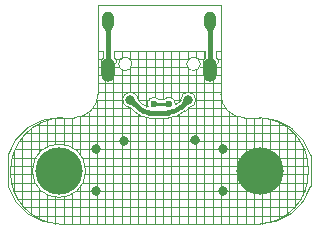
<source format=gbl>
G04*
G04 #@! TF.GenerationSoftware,Altium Limited,Altium Designer,21.3.2 (30)*
G04*
G04 Layer_Physical_Order=2*
G04 Layer_Color=16711680*
%FSLAX43Y43*%
%MOMM*%
G71*
G04*
G04 #@! TF.SameCoordinates,DDF0AE4A-8618-4426-8A3D-72610EC7A679*
G04*
G04*
G04 #@! TF.FilePolarity,Positive*
G04*
G01*
G75*
%ADD10C,0.254*%
%ADD11C,0.100*%
%ADD27C,0.400*%
%ADD28C,4.000*%
%ADD29O,1.200X2.000*%
%ADD31C,0.600*%
%ADD32C,0.800*%
%ADD33C,0.400*%
%ADD34O,1.000X1.600*%
G36*
X108767Y111500D02*
X108746Y111520D01*
X108726Y111537D01*
X108705Y111552D01*
X108684Y111565D01*
X108663Y111576D01*
X108642Y111585D01*
X108620Y111592D01*
X108598Y111596D01*
X108576Y111599D01*
X108554Y111600D01*
X108950Y111996D01*
X108951Y111974D01*
X108954Y111952D01*
X108958Y111930D01*
X108965Y111908D01*
X108974Y111887D01*
X108985Y111866D01*
X108998Y111845D01*
X109013Y111824D01*
X109030Y111804D01*
X109050Y111783D01*
X108767Y111500D01*
D02*
G37*
G36*
X106880Y115950D02*
X106882Y115828D01*
X106898Y115623D01*
X106912Y115539D01*
X106929Y115469D01*
X106951Y115411D01*
X106977Y115366D01*
X107006Y115334D01*
X107040Y115315D01*
X107078Y115308D01*
X106282D01*
X106320Y115315D01*
X106354Y115334D01*
X106383Y115366D01*
X106409Y115411D01*
X106431Y115469D01*
X106448Y115539D01*
X106462Y115623D01*
X106472Y115719D01*
X106480Y115950D01*
X106880D01*
D02*
G37*
G36*
X106480Y117460D02*
X106478Y117582D01*
X106462Y117787D01*
X106448Y117871D01*
X106431Y117941D01*
X106409Y117999D01*
X106383Y118044D01*
X106354Y118076D01*
X106320Y118095D01*
X106282Y118102D01*
X107078D01*
X107040Y118095D01*
X107006Y118076D01*
X106977Y118044D01*
X106951Y117999D01*
X106929Y117941D01*
X106912Y117871D01*
X106898Y117787D01*
X106888Y117691D01*
X106880Y117460D01*
X106480D01*
D02*
G37*
G36*
X112950Y111783D02*
X112970Y111804D01*
X112987Y111824D01*
X113002Y111845D01*
X113015Y111866D01*
X113026Y111887D01*
X113035Y111908D01*
X113042Y111930D01*
X113046Y111952D01*
X113049Y111974D01*
X113050Y111996D01*
X113446Y111600D01*
X113424Y111599D01*
X113402Y111596D01*
X113380Y111592D01*
X113358Y111585D01*
X113337Y111576D01*
X113316Y111565D01*
X113295Y111552D01*
X113274Y111537D01*
X113254Y111520D01*
X113233Y111500D01*
X112950Y111783D01*
D02*
G37*
G36*
X115520Y115950D02*
X115522Y115828D01*
X115538Y115623D01*
X115552Y115539D01*
X115569Y115469D01*
X115591Y115411D01*
X115617Y115366D01*
X115646Y115334D01*
X115680Y115315D01*
X115718Y115308D01*
X114922D01*
X114960Y115315D01*
X114994Y115334D01*
X115023Y115366D01*
X115049Y115411D01*
X115071Y115469D01*
X115088Y115539D01*
X115102Y115623D01*
X115112Y115719D01*
X115120Y115950D01*
X115520D01*
D02*
G37*
G36*
X115120Y117460D02*
X115118Y117582D01*
X115102Y117787D01*
X115088Y117871D01*
X115071Y117941D01*
X115049Y117999D01*
X115023Y118044D01*
X114994Y118076D01*
X114960Y118095D01*
X114922Y118102D01*
X115718D01*
X115680Y118095D01*
X115646Y118076D01*
X115617Y118044D01*
X115591Y117999D01*
X115569Y117941D01*
X115552Y117871D01*
X115538Y117787D01*
X115528Y117691D01*
X115520Y117460D01*
X115120D01*
D02*
G37*
D10*
X110526Y111674D02*
X111805D01*
X111806Y111672D01*
X110525Y111675D02*
X110526Y111674D01*
D11*
X114870Y114515D02*
G03*
X115770Y114515I450J0D01*
G01*
X116200Y112500D02*
G03*
X118200Y110500I2000J0D01*
G01*
X114465Y115045D02*
G03*
X114465Y115045I-575J0D01*
G01*
D02*
G03*
X114465Y115045I-575J0D01*
G01*
X114100Y112000D02*
G03*
X112801Y112027I-650J0D01*
G01*
X113477Y111351D02*
G03*
X114100Y112000I-27J649D01*
G01*
X123596Y105994D02*
G03*
X123601Y106199I-4301J205D01*
G01*
X123601Y105795D02*
G03*
X123596Y105994I-4300J0D01*
G01*
X119500Y101500D02*
G03*
X123601Y105795I-199J4295D01*
G01*
X123601Y106199D02*
G03*
X119500Y110500I-4306J0D01*
G01*
X112356Y111672D02*
G03*
X111407Y112051I-550J0D01*
G01*
X110927D02*
G03*
X110061Y111380I-402J-376D01*
G01*
X112346Y111567D02*
G03*
X112533Y111719I-646J987D01*
G01*
X112346Y111567D02*
G03*
X112356Y111672I-540J105D01*
G01*
X111700Y110475D02*
G03*
X113170Y111084I0J2080D01*
G01*
X109569Y111617D02*
G03*
X110061Y111380I586J588D01*
G01*
X109199Y112027D02*
G03*
X108522Y111351I-649J-27D01*
G01*
X109200Y112000D02*
G03*
X109199Y112027I-650J0D01*
G01*
X108685Y115045D02*
G03*
X108685Y115045I-575J0D01*
G01*
D02*
G03*
X108685Y115045I-575J0D01*
G01*
X106230Y114515D02*
G03*
X107130Y114515I450J0D01*
G01*
X108933Y110981D02*
G03*
X110155Y110475I1223J1224D01*
G01*
X103800Y110500D02*
G03*
X105800Y112500I0J2000D01*
G01*
X102800Y110500D02*
G03*
X98400Y105893I103J-4504D01*
G01*
X104750Y106000D02*
G03*
X104750Y106000I-2250J0D01*
G01*
X98400Y105893D02*
G03*
X102500Y101500I4309J-88D01*
G01*
X115898Y115488D02*
X115910Y115470D01*
X115880Y115500D02*
X116200D01*
X115910Y115470D02*
X115926Y115455D01*
X115853Y115524D02*
X115874Y115504D01*
X115898Y115488D01*
X115953Y115406D02*
X115957Y115384D01*
X115966Y115365D01*
X115926Y115455D02*
X115937Y115429D01*
X115953Y115406D01*
X115775Y115954D02*
X115777Y115840D01*
X115770Y116164D02*
X116200D01*
X115777Y115840D02*
X115791Y115653D01*
X115770Y115977D02*
Y116164D01*
Y115977D02*
X115775Y115954D01*
X115815Y115544D02*
X115833Y115532D01*
X115853Y115524D01*
X115791Y115653D02*
X115801Y115591D01*
X115813Y115545D01*
X115968Y115287D02*
X115972Y115308D01*
X115967Y115336D02*
X115972Y115308D01*
X115959Y115239D02*
X115969Y115265D01*
X115966Y115365D02*
X115967Y115336D01*
X115968Y115287D02*
X115969Y115265D01*
X115953Y115211D02*
X115959Y115239D01*
X115941Y115193D02*
X115953Y115211D01*
X115933Y115172D02*
X115941Y115193D01*
X115914Y115152D02*
X115933Y115172D01*
X115898Y115128D02*
X115914Y115152D01*
X115880Y115116D02*
X115898Y115128D01*
X115865Y115100D02*
X115880Y115116D01*
X115839Y115089D02*
X115865Y115100D01*
X115815Y115073D02*
X115839Y115089D01*
X115794Y115068D02*
X115815Y115073D01*
X115770Y114800D02*
X116200D01*
X115774Y115060D02*
X115794Y115068D01*
X114410Y114800D02*
X114870D01*
Y115979D02*
Y116164D01*
X114865Y115959D02*
X114870Y115979D01*
X114858Y115736D02*
X114865Y115959D01*
X114849Y115657D02*
X114858Y115736D01*
X114839Y115591D02*
X114849Y115657D01*
X114827Y115545D02*
X114839Y115591D01*
X114807Y115532D02*
X114825Y115544D01*
X114800Y115529D02*
Y116164D01*
X114787Y115524D02*
X114807Y115532D01*
X114766Y115504D02*
X114787Y115524D01*
X114742Y115488D02*
X114766Y115504D01*
X114241Y115500D02*
X114760D01*
X114100Y115580D02*
Y116164D01*
X114730Y115470D02*
X114742Y115488D01*
X114714Y115455D02*
X114730Y115470D01*
X114703Y115429D02*
X114714Y115455D01*
X113400Y115346D02*
Y116164D01*
X114687Y115406D02*
X114703Y115429D01*
X114742Y115128D02*
X114760Y115116D01*
X114726Y115152D02*
X114742Y115128D01*
X114760Y115116D02*
X114775Y115100D01*
X114699Y115193D02*
X114707Y115172D01*
X114726Y115152D01*
X114825Y115073D02*
X114846Y115068D01*
X114866Y115060D01*
X114775Y115100D02*
X114801Y115089D01*
X114825Y115073D01*
X114683Y115384D02*
X114687Y115406D01*
X114674Y115365D02*
X114683Y115384D01*
X114673Y115336D02*
X114674Y115365D01*
X114668Y115308D02*
X114673Y115336D01*
X114668Y115308D02*
X114672Y115287D01*
X114681Y115239D02*
X114687Y115211D01*
X114699Y115193D01*
X114671Y115265D02*
X114672Y115287D01*
X114671Y115265D02*
X114681Y115239D01*
X116200Y112500D02*
Y116164D01*
X115494Y114100D02*
X116200D01*
X114870Y114515D02*
Y115060D01*
X115770Y114515D02*
Y115060D01*
X116200Y101500D02*
Y112472D01*
X114800Y101500D02*
Y115089D01*
X115500Y101500D02*
Y114103D01*
X114100Y112000D02*
X116263D01*
X114100Y101500D02*
Y114510D01*
X113455Y111345D02*
X113477Y111351D01*
X113423Y111329D02*
X113431Y111335D01*
X113408Y111315D02*
X113423Y111329D01*
X123200Y103983D02*
Y108014D01*
X121800Y102296D02*
Y109701D01*
X122500Y102922D02*
Y109075D01*
X121100Y101890D02*
Y110108D01*
X119700Y101514D02*
Y110486D01*
X120400Y101638D02*
Y110361D01*
X118200Y110500D02*
X119500Y110500D01*
X112411Y110600D02*
X117575D01*
X113390Y111304D02*
X113408Y111315D01*
X113387Y111300D02*
X116600D01*
X118300Y101500D02*
Y110500D01*
X119000Y101500D02*
Y110500D01*
X116900Y101500D02*
Y110980D01*
X117600Y101500D02*
Y110592D01*
X113400Y112648D02*
Y114744D01*
X112795Y112005D02*
X112801Y112027D01*
X112248Y112000D02*
X112795D01*
X111300Y112051D02*
Y116164D01*
X112000Y112187D02*
Y116164D01*
X112779Y111973D02*
X112785Y111981D01*
X112765Y111958D02*
X112779Y111973D01*
X112700Y111887D02*
Y116164D01*
X110927Y112051D02*
X111407D01*
X110600Y112220D02*
Y116164D01*
X109205Y112000D02*
X110081D01*
X109200Y112024D02*
Y116164D01*
X109199Y112027D02*
X109205Y112005D01*
X109900Y111415D02*
Y116164D01*
X109215Y111981D02*
X109221Y111973D01*
X109235Y111958D01*
X112754Y111940D02*
X112765Y111958D01*
X112534Y111720D02*
X112754Y111940D01*
X113171Y111084D02*
X113390Y111304D01*
X113400Y101500D02*
Y111310D01*
X112700Y101500D02*
Y110731D01*
X112000Y101500D02*
Y110497D01*
X110155Y110475D02*
X111700D01*
X109235Y111958D02*
X109246Y111940D01*
X109568Y111618D01*
X110600Y101500D02*
Y110475D01*
X111300Y101500D02*
Y110475D01*
X109200Y101500D02*
Y110763D01*
X109900Y101500D02*
Y110494D01*
X107800Y115529D02*
Y116164D01*
X107240Y115500D02*
X107759D01*
X108461D02*
X113539D01*
X107234Y115504D02*
X107258Y115488D01*
X107270Y115470D01*
X108500Y115467D02*
Y116164D01*
X107297Y115429D02*
X107313Y115406D01*
X107270Y115470D02*
X107286Y115455D01*
X107297Y115429D01*
X107137Y115840D02*
X107151Y115653D01*
X107130Y116164D02*
X114870D01*
X107151Y115653D02*
X107161Y115591D01*
X107130Y115977D02*
X107135Y115954D01*
X107137Y115840D01*
X107193Y115532D02*
X107213Y115524D01*
X107234Y115504D01*
X107161Y115591D02*
X107173Y115545D01*
X107175Y115544D02*
X107193Y115532D01*
X107327Y115336D02*
X107332Y115308D01*
X107326Y115365D02*
X107327Y115336D01*
X107328Y115287D02*
X107332Y115308D01*
X107313Y115406D02*
X107317Y115384D01*
X107326Y115365D01*
X107328Y115287D02*
X107329Y115265D01*
X107319Y115239D02*
X107329Y115265D01*
X107313Y115211D02*
X107319Y115239D01*
X107301Y115193D02*
X107313Y115211D01*
X107293Y115172D02*
X107301Y115193D01*
X107274Y115152D02*
X107293Y115172D01*
X107258Y115128D02*
X107274Y115152D01*
X107240Y115116D02*
X107258Y115128D01*
X107225Y115100D02*
X107240Y115116D01*
X107199Y115089D02*
X107225Y115100D01*
X107175Y115073D02*
X107199Y115089D01*
X107154Y115068D02*
X107175Y115073D01*
X107134Y115060D02*
X107154Y115068D01*
X107130Y115977D02*
Y116164D01*
X106230Y115979D02*
Y116164D01*
X106225Y115959D02*
X106230Y115979D01*
X106218Y115736D02*
X106225Y115959D01*
X106209Y115657D02*
X106218Y115736D01*
X106199Y115591D02*
X106209Y115657D01*
X106187Y115545D02*
X106199Y115591D01*
X106167Y115532D02*
X106185Y115544D01*
X106147Y115524D02*
X106167Y115532D01*
X106126Y115504D02*
X106147Y115524D01*
X105800Y116164D02*
X106230D01*
X106102Y115488D02*
X106126Y115504D01*
X105800Y115500D02*
X106120D01*
X106090Y115470D02*
X106102Y115488D01*
X106074Y115455D02*
X106090Y115470D01*
X106063Y115429D02*
X106074Y115455D01*
X106047Y115406D02*
X106063Y115429D01*
X106043Y115384D02*
X106047Y115406D01*
X106102Y115128D02*
X106120Y115116D01*
X106086Y115152D02*
X106102Y115128D01*
X106120Y115116D02*
X106135Y115100D01*
X106059Y115193D02*
X106067Y115172D01*
X106086Y115152D01*
X106185Y115073D02*
X106206Y115068D01*
X106226Y115060D01*
X106135Y115100D02*
X106161Y115089D01*
X106185Y115073D01*
X106034Y115365D02*
X106043Y115384D01*
X106033Y115336D02*
X106034Y115365D01*
X106028Y115308D02*
X106033Y115336D01*
X106028Y115308D02*
X106032Y115287D01*
X106041Y115239D02*
X106047Y115211D01*
X106059Y115193D01*
X106031Y115265D02*
X106032Y115287D01*
X106031Y115265D02*
X106041Y115239D01*
X108630Y114800D02*
X113370D01*
X108500Y112648D02*
Y114623D01*
X108522Y111351D02*
X108545Y111345D01*
X108577Y111329D02*
X108592Y111315D01*
X108610Y111304D01*
X108500Y101500D02*
Y111352D01*
X108569Y111335D02*
X108577Y111329D01*
X106854Y114100D02*
X115146D01*
X107130Y114800D02*
X107590D01*
X105800Y113400D02*
X116200D01*
X105800Y112700D02*
X116200D01*
X107800Y101500D02*
Y114561D01*
X105737Y112000D02*
X107900D01*
X104425Y110600D02*
X109509D01*
X104463Y107100D02*
X123506D01*
X108610Y111304D02*
X108932Y110982D01*
X105400Y111300D02*
X108613D01*
X104714Y106400D02*
X123597D01*
X104730Y105700D02*
X123600D01*
X104516Y105000D02*
X123527D01*
X103974Y104300D02*
X123333D01*
X103850Y107800D02*
X123292D01*
X99158Y108500D02*
X122935D01*
X99005Y103600D02*
X122998D01*
X100655Y109900D02*
X121496D01*
X99736Y109200D02*
X122383D01*
X99524Y102900D02*
X122480D01*
X100346Y102200D02*
X121660D01*
X102497Y101500D02*
X119504D01*
X102500Y101500D02*
X119500Y101500D01*
X107130Y114515D02*
Y115060D01*
X106230Y114515D02*
Y115060D01*
X105800Y114100D02*
X106506D01*
X105800Y112500D02*
Y116164D01*
Y114800D02*
X106230D01*
X107100Y101500D02*
Y114354D01*
X106400Y101500D02*
Y114163D01*
X105700Y101500D02*
Y111876D01*
X105000Y101500D02*
Y110900D01*
X102900Y108214D02*
Y110500D01*
X102800D02*
X103800D01*
X102200Y108230D02*
Y110446D01*
X101500Y108016D02*
Y110277D01*
X104300Y107350D02*
Y110564D01*
X103600Y107963D02*
Y110500D01*
X100800Y107474D02*
Y109980D01*
Y101940D02*
Y104526D01*
X101500Y101668D02*
Y103984D01*
X100100Y102374D02*
Y109523D01*
X99400Y103043D02*
Y108829D01*
X104300Y101500D02*
Y104650D01*
X103600Y101500D02*
Y104037D01*
X102900Y101500D02*
Y103786D01*
X102200Y101525D02*
Y103770D01*
X98775Y107800D02*
X101150D01*
X98536Y107100D02*
X100537D01*
X98417Y106400D02*
X100286D01*
X98400Y105700D02*
X100270D01*
X98670Y104300D02*
X101026D01*
X98700Y104221D02*
Y107617D01*
X98474Y105000D02*
X100484D01*
X102500Y110500D02*
G03*
X98200Y107327I0J-4500D01*
G01*
X119500Y101500D02*
G03*
X123800Y104673I0J4500D01*
G01*
Y107327D02*
G03*
X119500Y110500I-4300J-1327D01*
G01*
X98200Y104673D02*
G03*
X102500Y101500I4300J1327D01*
G01*
X116200Y112500D02*
G03*
X118200Y110500I2000J0D01*
G01*
X103800D02*
G03*
X105800Y112500I0J2000D01*
G01*
X118200Y110500D02*
X119500D01*
X123800Y104673D02*
Y107327D01*
X102500Y110500D02*
X103800D01*
X116200Y112500D02*
Y120000D01*
X102500Y101500D02*
X119500D01*
X98200Y104673D02*
Y107327D01*
X105800Y112500D02*
Y120000D01*
X116200D01*
D27*
X111700Y110925D02*
G03*
X112852Y111402I0J1630D01*
G01*
X109251Y111299D02*
G03*
X110155Y110925I905J906D01*
G01*
X109250Y111300D02*
G03*
X109251Y111299I905J905D01*
G01*
X110155Y110925D02*
X111700D01*
X112852Y111402D02*
X113450Y112000D01*
X108550D02*
X109250Y111300D01*
X115320Y114515D02*
Y118695D01*
X106680Y114515D02*
Y118695D01*
D28*
X119500Y106000D02*
D03*
X102500D02*
D03*
D29*
X106680Y114515D02*
D03*
X115320D02*
D03*
D31*
X111806Y111672D02*
D03*
X110525Y111675D02*
D03*
D32*
X114021Y108585D02*
D03*
X108550Y112000D02*
D03*
X113450D02*
D03*
X107975Y108509D02*
D03*
X116400Y107825D02*
D03*
Y104275D02*
D03*
X105600D02*
D03*
Y107825D02*
D03*
D33*
X112852Y111402D02*
D03*
D34*
X115320Y118695D02*
D03*
X106680D02*
D03*
M02*

</source>
